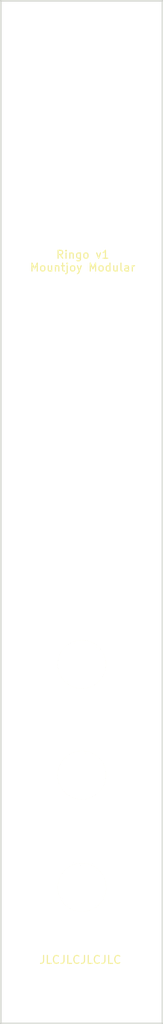
<source format=kicad_pcb>
(kicad_pcb (version 20171130) (host pcbnew "(5.1.5)-3")

  (general
    (thickness 1.6)
    (drawings 26)
    (tracks 0)
    (zones 0)
    (modules 7)
    (nets 2)
  )

  (page A4)
  (layers
    (0 F.Cu signal hide)
    (31 B.Cu signal hide)
    (32 B.Adhes user)
    (33 F.Adhes user)
    (34 B.Paste user)
    (35 F.Paste user)
    (36 B.SilkS user)
    (37 F.SilkS user)
    (38 B.Mask user)
    (39 F.Mask user)
    (40 Dwgs.User user hide)
    (41 Cmts.User user)
    (42 Eco1.User user)
    (43 Eco2.User user)
    (44 Edge.Cuts user)
    (45 Margin user)
    (46 B.CrtYd user)
    (47 F.CrtYd user)
    (48 B.Fab user hide)
    (49 F.Fab user hide)
  )

  (setup
    (last_trace_width 0.25)
    (user_trace_width 0.3)
    (trace_clearance 0.2)
    (zone_clearance 0.508)
    (zone_45_only no)
    (trace_min 0.2)
    (via_size 0.8)
    (via_drill 0.4)
    (via_min_size 0.4)
    (via_min_drill 0.3)
    (uvia_size 0.3)
    (uvia_drill 0.1)
    (uvias_allowed no)
    (uvia_min_size 0.2)
    (uvia_min_drill 0.1)
    (edge_width 0.15)
    (segment_width 0.2)
    (pcb_text_width 0.3)
    (pcb_text_size 1.5 1.5)
    (mod_edge_width 0.15)
    (mod_text_size 1 1)
    (mod_text_width 0.15)
    (pad_size 1.524 1.524)
    (pad_drill 0.762)
    (pad_to_mask_clearance 0.051)
    (solder_mask_min_width 0.25)
    (aux_axis_origin 0 0)
    (visible_elements 7FFFFF7F)
    (pcbplotparams
      (layerselection 0x010f0_ffffffff)
      (usegerberextensions false)
      (usegerberattributes false)
      (usegerberadvancedattributes false)
      (creategerberjobfile false)
      (excludeedgelayer true)
      (linewidth 0.100000)
      (plotframeref false)
      (viasonmask false)
      (mode 1)
      (useauxorigin false)
      (hpglpennumber 1)
      (hpglpenspeed 20)
      (hpglpendiameter 15.000000)
      (psnegative false)
      (psa4output false)
      (plotreference true)
      (plotvalue false)
      (plotinvisibletext false)
      (padsonsilk false)
      (subtractmaskfromsilk false)
      (outputformat 1)
      (mirror false)
      (drillshape 0)
      (scaleselection 1)
      (outputdirectory "Gerbers_Panel"))
  )

  (net 0 "")
  (net 1 GND)

  (net_class Default "This is the default net class."
    (clearance 0.2)
    (trace_width 0.25)
    (via_dia 0.8)
    (via_drill 0.4)
    (uvia_dia 0.3)
    (uvia_drill 0.1)
  )

  (module "Graphics:Ringo Graphic" (layer B.Cu) (tedit 0) (tstamp 5EBC3004)
    (at 130.47 82.79 180)
    (fp_text reference G*** (at 0 0) (layer B.SilkS) hide
      (effects (font (size 1.524 1.524) (thickness 0.3)) (justify mirror))
    )
    (fp_text value LOGO (at 0.75 0) (layer B.SilkS) hide
      (effects (font (size 1.524 1.524) (thickness 0.3)) (justify mirror))
    )
    (fp_poly (pts (xy -14.543022 16.994974) (xy -13.996984 16.913767) (xy -13.589938 16.756185) (xy -13.265962 16.504033)
      (xy -13.092214 16.304911) (xy -12.868381 15.833623) (xy -12.827897 15.288175) (xy -12.957715 14.751291)
      (xy -13.244789 14.305694) (xy -13.432049 14.150197) (xy -13.743949 13.945832) (xy -13.284754 13.475573)
      (xy -12.825559 13.005315) (xy -13.385145 12.733446) (xy -13.726983 12.577519) (xy -13.92409 12.533993)
      (xy -14.056374 12.596728) (xy -14.131971 12.676039) (xy -14.325242 12.942334) (xy -14.52052 13.2715)
      (xy -14.721831 13.6525) (xy -14.726916 13.17625) (xy -14.732 12.7) (xy -15.491581 12.7)
      (xy -15.788418 12.698335) (xy -16.008362 12.715465) (xy -16.164099 12.784584) (xy -16.268314 12.938883)
      (xy -16.33369 13.211554) (xy -16.372913 13.635789) (xy -16.398668 14.24478) (xy -16.415031 14.786668)
      (xy -14.732 14.786668) (xy -14.711539 14.486343) (xy -14.619636 14.372599) (xy -14.44625 14.373918)
      (xy -14.19185 14.516475) (xy -14.117639 14.717638) (xy -14.176498 15.038244) (xy -14.425887 15.217992)
      (xy -14.57325 15.238056) (xy -14.687087 15.123508) (xy -14.731876 14.808349) (xy -14.732 14.786668)
      (xy -16.415031 14.786668) (xy -16.423639 15.071719) (xy -16.425874 15.14475) (xy -16.483556 17.018)
      (xy -15.283971 17.018) (xy -14.543022 16.994974)) (layer B.Mask) (width 0.01))
    (fp_poly (pts (xy -13.886689 10.69975) (xy -13.9245 10.025919) (xy -13.953264 9.317845) (xy -13.968239 8.699433)
      (xy -13.969343 8.54075) (xy -13.97 7.62) (xy -14.729581 7.62) (xy -15.156684 7.629526)
      (xy -15.394059 7.67302) (xy -15.505713 7.772857) (xy -15.547011 7.90575) (xy -15.572104 8.131215)
      (xy -15.601784 8.556865) (xy -15.632925 9.129004) (xy -15.662401 9.793936) (xy -15.672695 10.06475)
      (xy -15.74053 11.938) (xy -14.772611 11.938) (xy -13.804691 11.938001) (xy -13.886689 10.69975)) (layer B.Mask) (width 0.01))
    (fp_poly (pts (xy -15.323429 6.836187) (xy -15.018699 6.739236) (xy -14.710991 6.519879) (xy -14.556893 6.383943)
      (xy -14.0335 5.909886) (xy -13.994084 6.383943) (xy -13.95136 6.692261) (xy -13.83899 6.825745)
      (xy -13.575892 6.857427) (xy -13.467752 6.858) (xy -12.980836 6.858) (xy -13.036163 5.23875)
      (xy -13.062873 4.566587) (xy -13.094628 3.935494) (xy -13.127439 3.416566) (xy -13.157145 3.082298)
      (xy -13.2228 2.545096) (xy -14.147456 3.241048) (xy -14.563409 3.547619) (xy -14.902294 3.785271)
      (xy -15.114061 3.91947) (xy -15.156056 3.937) (xy -15.202036 3.822123) (xy -15.232527 3.525797)
      (xy -15.24 3.2385) (xy -15.24 2.54) (xy -16.107329 2.54) (xy -16.178873 3.46075)
      (xy -16.220653 4.024743) (xy -16.269094 4.718126) (xy -16.315588 5.416751) (xy -16.328561 5.61975)
      (xy -16.406705 6.858) (xy -15.743495 6.858) (xy -15.323429 6.836187)) (layer B.Mask) (width 0.01))
    (fp_poly (pts (xy -13.656761 1.762277) (xy -13.397158 1.681558) (xy -13.263473 1.485522) (xy -13.214309 1.123845)
      (xy -13.208 0.713513) (xy -13.208 0.0508) (xy -13.636027 0.0508) (xy -14.042688 -0.014061)
      (xy -14.386991 -0.160796) (xy -14.684526 -0.478368) (xy -14.809899 -0.87675) (xy -14.766658 -1.280829)
      (xy -14.558354 -1.615493) (xy -14.310948 -1.770252) (xy -14.028296 -1.831969) (xy -13.89359 -1.723673)
      (xy -13.885327 -1.417925) (xy -13.908702 -1.256966) (xy -13.992327 -0.762) (xy -12.836557 -0.762)
      (xy -12.913006 -1.61925) (xy -12.955838 -2.055406) (xy -12.994872 -2.377337) (xy -13.021711 -2.51586)
      (xy -13.021857 -2.516046) (xy -13.180063 -2.563588) (xy -13.509384 -2.594858) (xy -13.927352 -2.608172)
      (xy -14.351501 -2.601848) (xy -14.699365 -2.574202) (xy -14.81579 -2.552669) (xy -15.49557 -2.279908)
      (xy -16.030697 -1.864815) (xy -16.28103 -1.524) (xy -16.443657 -1.035477) (xy -16.494581 -0.43725)
      (xy -16.438102 0.17027) (xy -16.278519 0.686667) (xy -16.179134 0.855883) (xy -15.721423 1.287948)
      (xy -15.097665 1.600856) (xy -14.380356 1.762704) (xy -14.083678 1.778) (xy -13.656761 1.762277)) (layer B.Mask) (width 0.01))
    (fp_poly (pts (xy -14.483784 -3.226662) (xy -13.919192 -3.42224) (xy -13.438314 -3.814385) (xy -13.377294 -3.890014)
      (xy -13.079408 -4.475527) (xy -12.958446 -5.166338) (xy -13.007588 -5.892369) (xy -13.220019 -6.583548)
      (xy -13.588919 -7.169797) (xy -13.708602 -7.295411) (xy -14.134216 -7.562575) (xy -14.664549 -7.705643)
      (xy -15.187919 -7.702791) (xy -15.4305 -7.631933) (xy -15.78242 -7.390384) (xy -16.144294 -7.012621)
      (xy -16.428127 -6.596782) (xy -16.501921 -6.436982) (xy -16.604067 -5.964559) (xy -16.609995 -5.835363)
      (xy -15.235489 -5.835363) (xy -15.195911 -6.237801) (xy -15.108532 -6.485349) (xy -14.899677 -6.701089)
      (xy -14.653745 -6.674246) (xy -14.403189 -6.41406) (xy -14.264525 -6.058392) (xy -14.266839 -5.695584)
      (xy -14.38084 -5.379605) (xy -14.577235 -5.164421) (xy -14.826733 -5.104) (xy -15.055595 -5.212057)
      (xy -15.187213 -5.457261) (xy -15.235489 -5.835363) (xy -16.609995 -5.835363) (xy -16.631358 -5.369829)
      (xy -16.58601 -4.77251) (xy -16.470233 -4.29232) (xy -16.46189 -4.271744) (xy -16.121142 -3.750193)
      (xy -15.640628 -3.397553) (xy -15.076219 -3.220738) (xy -14.483784 -3.226662)) (layer B.Mask) (width 0.01))
  )

  (module Custom_Footprints:Thonkiconn_Socket_6.1mm (layer F.Cu) (tedit 5C3A28C2) (tstamp 5EBC21C2)
    (at 145.49 124.39)
    (descr "Mounting Hole 6mm, no annular")
    (tags "mounting hole 6mm no annular")
    (fp_text reference "" (at 0 -7) (layer F.SilkS) hide
      (effects (font (size 1 1) (thickness 0.15)))
    )
    (fp_text value Thonkiconn_Socket_6.1mm (at 0 5.825) (layer F.Fab)
      (effects (font (size 1 1) (thickness 0.15)))
    )
    (fp_circle (center 0 0) (end 4.5 0) (layer F.CrtYd) (width 0.05))
    (pad "" np_thru_hole circle (at 0 0) (size 6.1 6.1) (drill 6.1) (layers *.Cu *.Mask F.SilkS))
  )

  (module Custom_Footprints:Thonkiconn_Socket_6.1mm (layer F.Cu) (tedit 5C3A28C2) (tstamp 5EBC21B8)
    (at 145.49 110.48)
    (descr "Mounting Hole 6mm, no annular")
    (tags "mounting hole 6mm no annular")
    (fp_text reference "" (at 0 -7) (layer F.SilkS) hide
      (effects (font (size 1 1) (thickness 0.15)))
    )
    (fp_text value Thonkiconn_Socket_6.1mm (at 0 5.825) (layer F.Fab)
      (effects (font (size 1 1) (thickness 0.15)))
    )
    (fp_circle (center 0 0) (end 4.5 0) (layer F.CrtYd) (width 0.05))
    (pad "" np_thru_hole circle (at 0 0) (size 6.1 6.1) (drill 6.1) (layers *.Cu *.Mask F.SilkS))
  )

  (module Custom_Footprints:Alpha_9mm_pot_hole (layer F.Cu) (tedit 5D714505) (tstamp 5EBC5810)
    (at 145.5 48)
    (descr "Mounting Hole 7mm")
    (tags "mounting hole 7mm")
    (fp_text reference Ref** (at 0 -6.8) (layer F.SilkS) hide
      (effects (font (size 1 1) (thickness 0.15)))
    )
    (fp_text value Alpha_9mm_pot_hole (at 0 7) (layer F.Fab) hide
      (effects (font (size 1 1) (thickness 0.15)))
    )
    (fp_circle (center 0 0) (end 3.5 0) (layer Cmts.User) (width 0.15))
    (fp_circle (center 0 0) (end 6 0) (layer F.CrtYd) (width 0.05))
    (pad "" np_thru_hole circle (at 0 0) (size 7 7) (drill 7) (layers *.Cu *.Mask))
  )

  (module PlayDice:Oval_Mounting_Hole (layer F.Cu) (tedit 5BF49B39) (tstamp 5C3A292E)
    (at 142.75 152.75)
    (descr "Mounting Hole 6mm, no annular")
    (tags "mounting hole 6mm no annular")
    (fp_text reference Ref** (at 0 -3.5) (layer F.SilkS) hide
      (effects (font (size 1 1) (thickness 0.15)))
    )
    (fp_text value Oval_Mounting_Hole (at 0 3.5) (layer F.Fab)
      (effects (font (size 1 1) (thickness 0.15)))
    )
    (fp_circle (center 0 0) (end 2 0) (layer F.CrtYd) (width 0.05))
    (fp_circle (center 0 0) (end 1.54 0) (layer Cmts.User) (width 0.15))
    (pad "" np_thru_hole oval (at 0 0) (size 5 3.2) (drill oval 5 3.2) (layers *.Cu *.Mask))
  )

  (module PlayDice:Oval_Mounting_Hole (layer F.Cu) (tedit 5BF49B39) (tstamp 5C3A2918)
    (at 148.3 30.05)
    (descr "Mounting Hole 6mm, no annular")
    (tags "mounting hole 6mm no annular")
    (fp_text reference Ref** (at 0 -3.5) (layer F.SilkS) hide
      (effects (font (size 1 1) (thickness 0.15)))
    )
    (fp_text value Oval_Mounting_Hole (at 0 3.5) (layer F.Fab)
      (effects (font (size 1 1) (thickness 0.15)))
    )
    (fp_circle (center 0 0) (end 1.54 0) (layer Cmts.User) (width 0.15))
    (fp_circle (center 0 0) (end 2 0) (layer F.CrtYd) (width 0.05))
    (pad "" np_thru_hole oval (at 0 0) (size 5 3.2) (drill oval 5 3.2) (layers *.Cu *.Mask))
  )

  (module Custom_Footprints:Thonkiconn_Socket_6.1mm (layer F.Cu) (tedit 5C3A28C2) (tstamp 5C3A2A1E)
    (at 145.5 138.51)
    (descr "Mounting Hole 6mm, no annular")
    (tags "mounting hole 6mm no annular")
    (fp_text reference "" (at 0 -7) (layer F.SilkS) hide
      (effects (font (size 1 1) (thickness 0.15)))
    )
    (fp_text value Thonkiconn_Socket_6.1mm (at 0 5.825) (layer F.Fab)
      (effects (font (size 1 1) (thickness 0.15)))
    )
    (fp_circle (center 0 0) (end 4.5 0) (layer F.CrtYd) (width 0.05))
    (pad "" np_thru_hole circle (at 0 0) (size 6.1 6.1) (drill 6.1) (layers *.Cu *.Mask F.SilkS))
  )

  (gr_text "Ringo v1\nMountjoy Modular" (at 145.6 59.8) (layer F.SilkS) (tstamp 5EBC5B0C)
    (effects (font (size 1 1) (thickness 0.15)))
  )
  (gr_text JLCJLCJLCJLC (at 145.3 147.6) (layer F.SilkS)
    (effects (font (size 1 1) (thickness 0.15)))
  )
  (gr_line (start 139.9 54.6) (end 151.3 54.6) (layer Dwgs.User) (width 0.15))
  (gr_arc (start 145.5 48) (end 150 54.6) (angle -291.4) (layer B.Mask) (width 0.4) (tstamp 5EBC5805))
  (gr_text = (at 145.16 130.54 90) (layer B.Mask) (tstamp 5EBC31B2)
    (effects (font (size 5 2) (thickness 0.3)) (justify mirror))
  )
  (gr_text X (at 145.66 117.43 90) (layer B.Mask) (tstamp 5EBC3180)
    (effects (font (size 3 3) (thickness 0.3)) (justify mirror))
  )
  (gr_circle (center 145.5 48) (end 153.5 48) (layer Dwgs.User) (width 0.3) (tstamp 5EBC5808))
  (gr_circle (center 145.50044 138.53) (end 148.68088 138.53) (layer B.Mask) (width 6))
  (gr_text "Mountjoy Modular" (at 145.4 35.6) (layer B.Mask) (tstamp 5EBC2CB2)
    (effects (font (size 1 1) (thickness 0.15)) (justify mirror))
  )
  (gr_circle (center 145.5 138.505234) (end 148.6 138.505234) (layer Dwgs.User) (width 0.1) (tstamp 5EBC2355))
  (gr_circle (center 145.495234 124.39) (end 148.595234 124.39) (layer Dwgs.User) (width 0.1) (tstamp 5EBC234A))
  (gr_circle (center 145.495234 110.49) (end 148.595234 110.49) (layer Dwgs.User) (width 0.1) (tstamp 5EBC2333))
  (gr_circle (center 145.5 48) (end 149.5 48) (layer Dwgs.User) (width 0.15) (tstamp 5EBC5802))
  (gr_circle (center 145.5 138.505234) (end 147.264766 138.505234) (layer Dwgs.User) (width 0.1) (tstamp 5EBC22B7))
  (gr_circle (center 145.495234 124.394766) (end 147.26 124.394766) (layer Dwgs.User) (width 0.1) (tstamp 5EBC22AA))
  (gr_circle (center 145.495234 110.5) (end 147.26 110.5) (layer Dwgs.User) (width 0.1))
  (gr_circle (center 145.5 48) (end 148.5 48) (layer Dwgs.User) (width 0.15) (tstamp 5EBC58FD))
  (gr_line (start 145.5 144.67) (end 145.5 44.51) (layer Dwgs.User) (width 0.1) (tstamp 5EBC57FC))
  (gr_line (start 154.8 37) (end 154.8 147) (layer Dwgs.User) (width 0.2) (tstamp 5C390EB2))
  (gr_line (start 136 147) (end 154.8 147) (layer Dwgs.User) (width 0.2) (tstamp 5C390EA0))
  (gr_line (start 136 37) (end 136 147) (layer Dwgs.User) (width 0.2))
  (gr_line (start 136 37) (end 154.8 37) (layer Dwgs.User) (width 0.2))
  (gr_line (start 135.3 155.6) (end 155.62 155.6) (layer Edge.Cuts) (width 0.2))
  (gr_line (start 135.3 27.1) (end 135.3 155.6) (layer Edge.Cuts) (width 0.2))
  (gr_line (start 155.62 27.1) (end 155.62 155.6) (layer Edge.Cuts) (width 0.2))
  (gr_line (start 135.3 27.1) (end 155.62 27.1) (layer Edge.Cuts) (width 0.2))

  (zone (net 1) (net_name GND) (layer F.Cu) (tstamp 5EBC5B51) (hatch edge 0.508)
    (connect_pads (clearance 0.508))
    (min_thickness 0.254)
    (fill yes (arc_segments 16) (thermal_gap 0.508) (thermal_bridge_width 0.508))
    (polygon
      (pts
        (xy 136.1 37.1) (xy 154.7 37.1) (xy 154.7 146.9) (xy 136.1 146.9)
      )
    )
  )
  (zone (net 1) (net_name GND) (layer B.Cu) (tstamp 5EBC5B4E) (hatch edge 0.508)
    (connect_pads (clearance 0.508))
    (min_thickness 0.254)
    (fill yes (arc_segments 16) (thermal_gap 0.508) (thermal_bridge_width 0.508))
    (polygon
      (pts
        (xy 136.1 37.1) (xy 154.7 37.1) (xy 154.7 146.9) (xy 136.1 146.9)
      )
    )
  )
)

</source>
